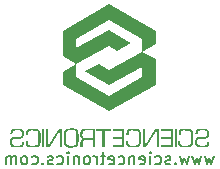
<source format=gbr>
%TF.GenerationSoftware,KiCad,Pcbnew,9.0.3*%
%TF.CreationDate,2025-08-21T23:57:32+02:00*%
%TF.ProjectId,20250807_updi,32303235-3038-4303-975f-757064692e6b,rev?*%
%TF.SameCoordinates,Original*%
%TF.FileFunction,Legend,Bot*%
%TF.FilePolarity,Positive*%
%FSLAX46Y46*%
G04 Gerber Fmt 4.6, Leading zero omitted, Abs format (unit mm)*
G04 Created by KiCad (PCBNEW 9.0.3) date 2025-08-21 23:57:32*
%MOMM*%
%LPD*%
G01*
G04 APERTURE LIST*
%ADD10C,0.000000*%
%ADD11C,0.150000*%
G04 APERTURE END LIST*
D10*
G36*
X220230259Y-92714307D02*
G01*
X221124191Y-91267917D01*
X221409941Y-91267917D01*
X221409941Y-92852580D01*
X221237771Y-92852580D01*
X221237771Y-91421022D01*
X220346676Y-92852580D01*
X220058118Y-92852580D01*
X220058117Y-92852580D01*
X220058117Y-91267917D01*
X220230259Y-91267917D01*
X220230259Y-92714307D01*
G37*
G36*
X223673092Y-91264694D02*
G01*
X223718771Y-91265610D01*
X223762447Y-91267134D01*
X223804119Y-91269265D01*
X223843788Y-91271998D01*
X223881450Y-91275334D01*
X223917106Y-91279269D01*
X223950755Y-91283800D01*
X223982394Y-91288927D01*
X224012023Y-91294647D01*
X224039641Y-91300956D01*
X224065247Y-91307855D01*
X224088839Y-91315339D01*
X224110417Y-91323407D01*
X224129979Y-91332057D01*
X224147524Y-91341286D01*
X224170596Y-91356149D01*
X224192194Y-91372944D01*
X224212318Y-91391670D01*
X224230964Y-91412327D01*
X224248131Y-91434914D01*
X224263817Y-91459430D01*
X224278018Y-91485873D01*
X224290734Y-91514244D01*
X224301962Y-91544541D01*
X224311700Y-91576763D01*
X224319946Y-91610910D01*
X224326697Y-91646981D01*
X224331952Y-91684974D01*
X224335708Y-91724889D01*
X224337963Y-91766725D01*
X224338716Y-91810481D01*
X224338716Y-92059578D01*
X224330969Y-92327658D01*
X224329563Y-92356772D01*
X224327461Y-92385110D01*
X224324664Y-92412676D01*
X224321168Y-92439471D01*
X224316974Y-92465497D01*
X224312079Y-92490757D01*
X224306485Y-92515251D01*
X224300188Y-92538983D01*
X224293188Y-92561955D01*
X224285485Y-92584167D01*
X224277076Y-92605624D01*
X224267962Y-92626326D01*
X224258140Y-92646275D01*
X224247611Y-92665474D01*
X224236372Y-92683925D01*
X224224423Y-92701630D01*
X224210118Y-92720854D01*
X224194985Y-92738837D01*
X224179023Y-92755580D01*
X224162230Y-92771083D01*
X224144607Y-92785346D01*
X224126151Y-92798368D01*
X224106862Y-92810150D01*
X224086739Y-92820692D01*
X224065781Y-92829994D01*
X224043987Y-92838055D01*
X224021357Y-92844877D01*
X223997888Y-92850458D01*
X223973582Y-92854798D01*
X223948435Y-92857899D01*
X223922448Y-92859759D01*
X223895620Y-92860380D01*
X223664938Y-92860380D01*
X223595239Y-92859858D01*
X223531299Y-92858340D01*
X223473317Y-92855891D01*
X223446623Y-92854339D01*
X223421493Y-92852580D01*
X223378699Y-92848074D01*
X223358343Y-92844922D01*
X223338680Y-92841170D01*
X223319711Y-92836818D01*
X223301435Y-92831866D01*
X223283851Y-92826314D01*
X223266961Y-92820162D01*
X223250762Y-92813409D01*
X223235256Y-92806056D01*
X223220442Y-92798102D01*
X223206319Y-92789547D01*
X223192888Y-92780391D01*
X223180147Y-92770634D01*
X223168098Y-92760276D01*
X223156739Y-92749317D01*
X223146071Y-92737756D01*
X223136092Y-92725593D01*
X223126804Y-92712828D01*
X223118205Y-92699462D01*
X223110295Y-92685493D01*
X223103075Y-92670922D01*
X223096543Y-92655749D01*
X223090700Y-92639973D01*
X223085546Y-92623594D01*
X223081079Y-92606613D01*
X223077300Y-92589029D01*
X223074209Y-92570841D01*
X223071805Y-92552050D01*
X223070089Y-92532656D01*
X223069059Y-92512659D01*
X223068716Y-92492058D01*
X223076463Y-92314263D01*
X223245796Y-92314263D01*
X223245796Y-92500547D01*
X223246141Y-92513372D01*
X223247177Y-92525792D01*
X223248903Y-92537807D01*
X223251319Y-92549417D01*
X223254425Y-92560621D01*
X223258220Y-92571420D01*
X223262706Y-92581813D01*
X223267881Y-92591800D01*
X223273745Y-92601381D01*
X223280299Y-92610557D01*
X223287541Y-92619325D01*
X223295473Y-92627688D01*
X223304093Y-92635644D01*
X223313403Y-92643193D01*
X223323400Y-92650335D01*
X223334087Y-92657071D01*
X223357524Y-92669320D01*
X223383712Y-92679940D01*
X223412652Y-92688929D01*
X223444342Y-92696286D01*
X223478780Y-92702010D01*
X223515965Y-92706100D01*
X223555897Y-92708555D01*
X223598574Y-92709374D01*
X223623192Y-92709099D01*
X223660050Y-92708230D01*
X223709212Y-92706700D01*
X223770743Y-92704441D01*
X223803108Y-92703058D01*
X223833784Y-92701029D01*
X223862774Y-92698350D01*
X223890076Y-92695020D01*
X223915692Y-92691036D01*
X223939620Y-92686398D01*
X223961861Y-92681102D01*
X223982415Y-92675147D01*
X223992059Y-92671922D01*
X224001281Y-92668531D01*
X224010082Y-92664974D01*
X224018462Y-92661252D01*
X224026419Y-92657363D01*
X224033955Y-92653308D01*
X224041069Y-92649085D01*
X224047761Y-92644696D01*
X224054032Y-92640140D01*
X224059881Y-92635416D01*
X224065308Y-92630524D01*
X224070314Y-92625464D01*
X224074898Y-92620236D01*
X224079060Y-92614840D01*
X224082801Y-92609275D01*
X224086120Y-92603541D01*
X224093931Y-92589062D01*
X224101232Y-92572878D01*
X224108023Y-92554987D01*
X224114305Y-92535388D01*
X224120079Y-92514076D01*
X224125347Y-92491052D01*
X224130108Y-92466312D01*
X224134364Y-92439854D01*
X224141364Y-92381776D01*
X224146356Y-92316802D01*
X224149345Y-92244914D01*
X224150339Y-92166095D01*
X224150339Y-91802734D01*
X224149967Y-91772595D01*
X224148850Y-91743827D01*
X224146986Y-91716431D01*
X224144375Y-91690404D01*
X224141016Y-91665745D01*
X224136907Y-91642454D01*
X224132048Y-91620530D01*
X224126437Y-91599972D01*
X224120074Y-91580778D01*
X224112957Y-91562948D01*
X224109115Y-91554544D01*
X224105085Y-91546481D01*
X224100866Y-91538758D01*
X224096458Y-91531375D01*
X224091860Y-91524333D01*
X224087074Y-91517630D01*
X224082097Y-91511268D01*
X224076932Y-91505245D01*
X224071576Y-91499562D01*
X224066031Y-91494218D01*
X224060295Y-91489214D01*
X224054370Y-91484549D01*
X224045379Y-91478141D01*
X224036144Y-91472147D01*
X224026665Y-91466566D01*
X224016946Y-91461398D01*
X224006988Y-91456644D01*
X223996792Y-91452303D01*
X223986361Y-91448376D01*
X223975696Y-91444862D01*
X223964800Y-91441761D01*
X223953674Y-91439074D01*
X223942320Y-91436800D01*
X223930740Y-91434940D01*
X223918936Y-91433493D01*
X223906911Y-91432460D01*
X223894664Y-91431839D01*
X223882200Y-91431633D01*
X223851128Y-91431253D01*
X223812977Y-91430205D01*
X223715703Y-91426666D01*
X223663422Y-91424295D01*
X223618683Y-91422521D01*
X223581354Y-91421407D01*
X223551302Y-91421022D01*
X223528534Y-91421353D01*
X223506792Y-91422346D01*
X223486073Y-91424001D01*
X223466379Y-91426317D01*
X223447710Y-91429295D01*
X223430066Y-91432935D01*
X223413447Y-91437236D01*
X223405521Y-91439635D01*
X223397852Y-91442198D01*
X223390439Y-91444928D01*
X223383283Y-91447822D01*
X223376383Y-91450882D01*
X223369739Y-91454106D01*
X223363351Y-91457496D01*
X223357220Y-91461052D01*
X223351345Y-91464772D01*
X223345726Y-91468658D01*
X223340364Y-91472709D01*
X223335258Y-91476925D01*
X223330409Y-91481306D01*
X223325816Y-91485852D01*
X223321480Y-91490563D01*
X223317399Y-91495439D01*
X223313576Y-91500481D01*
X223310009Y-91505687D01*
X223304882Y-91514518D01*
X223300087Y-91524341D01*
X223295622Y-91535156D01*
X223291488Y-91546964D01*
X223287684Y-91559763D01*
X223284212Y-91573555D01*
X223281070Y-91588338D01*
X223278259Y-91604114D01*
X223275778Y-91620881D01*
X223273628Y-91638641D01*
X223270321Y-91677135D01*
X223268337Y-91719596D01*
X223267675Y-91766024D01*
X223092691Y-91766024D01*
X223092916Y-91741471D01*
X223093592Y-91717546D01*
X223094719Y-91694248D01*
X223096296Y-91671578D01*
X223098325Y-91649536D01*
X223100803Y-91628121D01*
X223103733Y-91607333D01*
X223107113Y-91587173D01*
X223110944Y-91567639D01*
X223115226Y-91548733D01*
X223119958Y-91530453D01*
X223125141Y-91512800D01*
X223130774Y-91495774D01*
X223136858Y-91479374D01*
X223143393Y-91463601D01*
X223150378Y-91448454D01*
X223157813Y-91433934D01*
X223165700Y-91420039D01*
X223174036Y-91406771D01*
X223182824Y-91394128D01*
X223192061Y-91382112D01*
X223201750Y-91370721D01*
X223211888Y-91359956D01*
X223222478Y-91349816D01*
X223233517Y-91340302D01*
X223245008Y-91331413D01*
X223256948Y-91323149D01*
X223269339Y-91315511D01*
X223282181Y-91308497D01*
X223295473Y-91302109D01*
X223309215Y-91296345D01*
X223323407Y-91291206D01*
X223346636Y-91284990D01*
X223373980Y-91279575D01*
X223405456Y-91274969D01*
X223441081Y-91271183D01*
X223480872Y-91268223D01*
X223524846Y-91266098D01*
X223573021Y-91264817D01*
X223625413Y-91264388D01*
X223673092Y-91264694D01*
G37*
G36*
X218508711Y-92852580D02*
G01*
X217493417Y-92852580D01*
X217493417Y-92695980D01*
X218336556Y-92695980D01*
X218336556Y-92113178D01*
X217527989Y-92113178D01*
X217527989Y-91962204D01*
X218336556Y-91962204D01*
X218336556Y-91426666D01*
X217493417Y-91426666D01*
X217493417Y-91267917D01*
X218508711Y-91267917D01*
X218508711Y-92852580D01*
G37*
G36*
X222921269Y-92852580D02*
G01*
X222743469Y-92852580D01*
X222743469Y-91267917D01*
X222921269Y-91267917D01*
X222921269Y-92852580D01*
G37*
G36*
X222605173Y-92852580D02*
G01*
X221589885Y-92852580D01*
X221589885Y-92695980D01*
X222432996Y-92695980D01*
X222432996Y-92113178D01*
X221624423Y-92113178D01*
X221624423Y-91962204D01*
X222432996Y-91962204D01*
X222432996Y-91426666D01*
X221589885Y-91426666D01*
X221589885Y-91267917D01*
X222605173Y-91267917D01*
X222605173Y-92852580D01*
G37*
G36*
X212045822Y-92714307D02*
G01*
X212939762Y-91267917D01*
X213225511Y-91267917D01*
X213225511Y-92852580D01*
X213053355Y-92852580D01*
X213053355Y-91421022D01*
X212162239Y-92852580D01*
X211873668Y-92852580D01*
X211873666Y-92852580D01*
X211873666Y-91267917D01*
X212045822Y-91267917D01*
X212045822Y-92714307D01*
G37*
G36*
X217332550Y-91437249D02*
G01*
X216820317Y-91437249D01*
X216820317Y-92852580D01*
X216640400Y-92852580D01*
X216640400Y-91437249D01*
X216131695Y-91437249D01*
X216131695Y-91267917D01*
X217332550Y-91267917D01*
X217332550Y-91437249D01*
G37*
G36*
X210750126Y-91264694D02*
G01*
X210795807Y-91265610D01*
X210839484Y-91267134D01*
X210881158Y-91269265D01*
X210920827Y-91271998D01*
X210958489Y-91275334D01*
X210994145Y-91279269D01*
X211027792Y-91283800D01*
X211059430Y-91288927D01*
X211089058Y-91294647D01*
X211116675Y-91300956D01*
X211142280Y-91307855D01*
X211165871Y-91315339D01*
X211187448Y-91323407D01*
X211207009Y-91332057D01*
X211224555Y-91341286D01*
X211247623Y-91356149D01*
X211269203Y-91372944D01*
X211289295Y-91391670D01*
X211307899Y-91412327D01*
X211325014Y-91434914D01*
X211340641Y-91459430D01*
X211354780Y-91485873D01*
X211367430Y-91514244D01*
X211378593Y-91544541D01*
X211388267Y-91576763D01*
X211396452Y-91610910D01*
X211403150Y-91646981D01*
X211408359Y-91684974D01*
X211412079Y-91724889D01*
X211414312Y-91766725D01*
X211415056Y-91810481D01*
X211415056Y-92059578D01*
X211407294Y-92327658D01*
X211406012Y-92356772D01*
X211404020Y-92385110D01*
X211401316Y-92412676D01*
X211397901Y-92439471D01*
X211393776Y-92465497D01*
X211388939Y-92490757D01*
X211383390Y-92515251D01*
X211377131Y-92538983D01*
X211370161Y-92561955D01*
X211362480Y-92584167D01*
X211354087Y-92605624D01*
X211344984Y-92626326D01*
X211335170Y-92646275D01*
X211324644Y-92665474D01*
X211313408Y-92683925D01*
X211301460Y-92701630D01*
X211287156Y-92720854D01*
X211272024Y-92738837D01*
X211256063Y-92755580D01*
X211239273Y-92771083D01*
X211221651Y-92785346D01*
X211203197Y-92798368D01*
X211183910Y-92810150D01*
X211163790Y-92820692D01*
X211142834Y-92829994D01*
X211121042Y-92838055D01*
X211098412Y-92844877D01*
X211074945Y-92850458D01*
X211050638Y-92854798D01*
X211025491Y-92857899D01*
X210999502Y-92859759D01*
X210972672Y-92860380D01*
X210741956Y-92860380D01*
X210671973Y-92859858D01*
X210608076Y-92858340D01*
X210550264Y-92855891D01*
X210523641Y-92854339D01*
X210498538Y-92852580D01*
X210455742Y-92848074D01*
X210435385Y-92844922D01*
X210415721Y-92841170D01*
X210396752Y-92836818D01*
X210378475Y-92831866D01*
X210360891Y-92826314D01*
X210344000Y-92820162D01*
X210327802Y-92813409D01*
X210312296Y-92806056D01*
X210297481Y-92798102D01*
X210283359Y-92789547D01*
X210269927Y-92780391D01*
X210257187Y-92770634D01*
X210245138Y-92760276D01*
X210233780Y-92749317D01*
X210223111Y-92737756D01*
X210213133Y-92725593D01*
X210203845Y-92712828D01*
X210195247Y-92699462D01*
X210187338Y-92685493D01*
X210180118Y-92670922D01*
X210173586Y-92655749D01*
X210167744Y-92639973D01*
X210162590Y-92623594D01*
X210158123Y-92606613D01*
X210154345Y-92589029D01*
X210151254Y-92570841D01*
X210148851Y-92552050D01*
X210147134Y-92532656D01*
X210146104Y-92512659D01*
X210145761Y-92492058D01*
X210145760Y-92492058D01*
X210153520Y-92314263D01*
X210322855Y-92314263D01*
X210322855Y-92500547D01*
X210323200Y-92513372D01*
X210324235Y-92525792D01*
X210325961Y-92537807D01*
X210328376Y-92549417D01*
X210331482Y-92560621D01*
X210335277Y-92571420D01*
X210339762Y-92581813D01*
X210344936Y-92591800D01*
X210350800Y-92601381D01*
X210357353Y-92610557D01*
X210364595Y-92619325D01*
X210372526Y-92627688D01*
X210381146Y-92635644D01*
X210390454Y-92643193D01*
X210400451Y-92650335D01*
X210411137Y-92657071D01*
X210434573Y-92669320D01*
X210460761Y-92679940D01*
X210489701Y-92688929D01*
X210521391Y-92696286D01*
X210555830Y-92702010D01*
X210593017Y-92706100D01*
X210632951Y-92708555D01*
X210675632Y-92709374D01*
X210700249Y-92709099D01*
X210737103Y-92708230D01*
X210786260Y-92706700D01*
X210847788Y-92704441D01*
X210880149Y-92703058D01*
X210910824Y-92701029D01*
X210939813Y-92698350D01*
X210967114Y-92695020D01*
X210992729Y-92691036D01*
X211016657Y-92686398D01*
X211038899Y-92681102D01*
X211059454Y-92675147D01*
X211069099Y-92671922D01*
X211078322Y-92668531D01*
X211087123Y-92664974D01*
X211095503Y-92661252D01*
X211103461Y-92657363D01*
X211110998Y-92653308D01*
X211118113Y-92649085D01*
X211124806Y-92644696D01*
X211131077Y-92640140D01*
X211136927Y-92635416D01*
X211142355Y-92630524D01*
X211147361Y-92625464D01*
X211151946Y-92620236D01*
X211156109Y-92614840D01*
X211159850Y-92609275D01*
X211163170Y-92603541D01*
X211170867Y-92589062D01*
X211178083Y-92572878D01*
X211184815Y-92554987D01*
X211191061Y-92535388D01*
X211196820Y-92514076D01*
X211202088Y-92491052D01*
X211206865Y-92466312D01*
X211211148Y-92439854D01*
X211218223Y-92381776D01*
X211223297Y-92316802D01*
X211226353Y-92244914D01*
X211227376Y-92166095D01*
X211227376Y-91802734D01*
X211226996Y-91772595D01*
X211225857Y-91743827D01*
X211223962Y-91716431D01*
X211221312Y-91690404D01*
X211217910Y-91665745D01*
X211213758Y-91642454D01*
X211208857Y-91620530D01*
X211203211Y-91599972D01*
X211196819Y-91580778D01*
X211189686Y-91562948D01*
X211185842Y-91554544D01*
X211181813Y-91546481D01*
X211177600Y-91538758D01*
X211173202Y-91531375D01*
X211168620Y-91524333D01*
X211163855Y-91517630D01*
X211158906Y-91511268D01*
X211153774Y-91505245D01*
X211148459Y-91499562D01*
X211142962Y-91494218D01*
X211137282Y-91489214D01*
X211131419Y-91484549D01*
X211122432Y-91478141D01*
X211113199Y-91472147D01*
X211103722Y-91466566D01*
X211094003Y-91461398D01*
X211084045Y-91456644D01*
X211073849Y-91452303D01*
X211063417Y-91448376D01*
X211052751Y-91444862D01*
X211041854Y-91441761D01*
X211030727Y-91439074D01*
X211019373Y-91436800D01*
X211007794Y-91434940D01*
X210995991Y-91433493D01*
X210983967Y-91432460D01*
X210971724Y-91431839D01*
X210959264Y-91431633D01*
X210928176Y-91431253D01*
X210889945Y-91430205D01*
X210792049Y-91426666D01*
X210740180Y-91424295D01*
X210695653Y-91422521D01*
X210658402Y-91421407D01*
X210628360Y-91421022D01*
X210605590Y-91421353D01*
X210583844Y-91422346D01*
X210563124Y-91424001D01*
X210543430Y-91426317D01*
X210524760Y-91429295D01*
X210507116Y-91432935D01*
X210490496Y-91437236D01*
X210482571Y-91439635D01*
X210474902Y-91442198D01*
X210467490Y-91444928D01*
X210460334Y-91447822D01*
X210453434Y-91450882D01*
X210446790Y-91454106D01*
X210440403Y-91457496D01*
X210434272Y-91461052D01*
X210428398Y-91464772D01*
X210422779Y-91468658D01*
X210417417Y-91472709D01*
X210412312Y-91476925D01*
X210407462Y-91481306D01*
X210402869Y-91485852D01*
X210398533Y-91490563D01*
X210394452Y-91495439D01*
X210390628Y-91500481D01*
X210387061Y-91505687D01*
X210381934Y-91514518D01*
X210377139Y-91524341D01*
X210372674Y-91535156D01*
X210368540Y-91546964D01*
X210364737Y-91559763D01*
X210361264Y-91573555D01*
X210358122Y-91588338D01*
X210355311Y-91604114D01*
X210352830Y-91620881D01*
X210350680Y-91638641D01*
X210347373Y-91677135D01*
X210345388Y-91719596D01*
X210344727Y-91766024D01*
X210169748Y-91766024D01*
X210169973Y-91741471D01*
X210170649Y-91717546D01*
X210171775Y-91694248D01*
X210173352Y-91671578D01*
X210175378Y-91649536D01*
X210177855Y-91628121D01*
X210180781Y-91607333D01*
X210184157Y-91587173D01*
X210187983Y-91567639D01*
X210192258Y-91548733D01*
X210196982Y-91530453D01*
X210202156Y-91512800D01*
X210207779Y-91495774D01*
X210213850Y-91479374D01*
X210220371Y-91463601D01*
X210227340Y-91448454D01*
X210234757Y-91433934D01*
X210242624Y-91420039D01*
X210250938Y-91406771D01*
X210259701Y-91394128D01*
X210268911Y-91382112D01*
X210278570Y-91370721D01*
X210288676Y-91359956D01*
X210299230Y-91349816D01*
X210310231Y-91340302D01*
X210321680Y-91331413D01*
X210333576Y-91323149D01*
X210345919Y-91315511D01*
X210358709Y-91308497D01*
X210371946Y-91302109D01*
X210385630Y-91296345D01*
X210399761Y-91291206D01*
X210423213Y-91284990D01*
X210450725Y-91279575D01*
X210482322Y-91274969D01*
X210518028Y-91271183D01*
X210557869Y-91268223D01*
X210601868Y-91266098D01*
X210650051Y-91264817D01*
X210702443Y-91264388D01*
X210750126Y-91264694D01*
G37*
G36*
X219255576Y-91264694D02*
G01*
X219301240Y-91265610D01*
X219344890Y-91267134D01*
X219386528Y-91269265D01*
X219426156Y-91271998D01*
X219463776Y-91275334D01*
X219499391Y-91279269D01*
X219533002Y-91283800D01*
X219564612Y-91288927D01*
X219594223Y-91294647D01*
X219621838Y-91300956D01*
X219647457Y-91307855D01*
X219671085Y-91315339D01*
X219692722Y-91323407D01*
X219712371Y-91332057D01*
X219730035Y-91341286D01*
X219753103Y-91356149D01*
X219774683Y-91372944D01*
X219794775Y-91391670D01*
X219813378Y-91412327D01*
X219830494Y-91434914D01*
X219846121Y-91459430D01*
X219860259Y-91485873D01*
X219872910Y-91514244D01*
X219884072Y-91544541D01*
X219893746Y-91576763D01*
X219901931Y-91610910D01*
X219908628Y-91646981D01*
X219913837Y-91684974D01*
X219917558Y-91724889D01*
X219919790Y-91766725D01*
X219920535Y-91810481D01*
X219920535Y-92059578D01*
X219912759Y-92327658D01*
X219911484Y-92356772D01*
X219909497Y-92385110D01*
X219906797Y-92412676D01*
X219903386Y-92439471D01*
X219899263Y-92465497D01*
X219894429Y-92490757D01*
X219888882Y-92515251D01*
X219882623Y-92538983D01*
X219875653Y-92561955D01*
X219867970Y-92584167D01*
X219859576Y-92605624D01*
X219850470Y-92626326D01*
X219840652Y-92646275D01*
X219830122Y-92665474D01*
X219818880Y-92683925D01*
X219806926Y-92701630D01*
X219792614Y-92720854D01*
X219777462Y-92738837D01*
X219761470Y-92755580D01*
X219744641Y-92771083D01*
X219726978Y-92785346D01*
X219708481Y-92798368D01*
X219689154Y-92810150D01*
X219668997Y-92820692D01*
X219648013Y-92829994D01*
X219626204Y-92838055D01*
X219603571Y-92844877D01*
X219580118Y-92850458D01*
X219555845Y-92854798D01*
X219530755Y-92857899D01*
X219504849Y-92859759D01*
X219478130Y-92860380D01*
X219247413Y-92860380D01*
X219177436Y-92859858D01*
X219113470Y-92858340D01*
X219055450Y-92855891D01*
X219028650Y-92854339D01*
X219003312Y-92852580D01*
X218960634Y-92848074D01*
X218940331Y-92844922D01*
X218920718Y-92841170D01*
X218901795Y-92836818D01*
X218883563Y-92831866D01*
X218866020Y-92826314D01*
X218849167Y-92820162D01*
X218833004Y-92813409D01*
X218817531Y-92806056D01*
X218802746Y-92798102D01*
X218788651Y-92789547D01*
X218775245Y-92780391D01*
X218762528Y-92770634D01*
X218750500Y-92760276D01*
X218739160Y-92749317D01*
X218728508Y-92737756D01*
X218718545Y-92725593D01*
X218709270Y-92712828D01*
X218700683Y-92699462D01*
X218692784Y-92685493D01*
X218685573Y-92670922D01*
X218679049Y-92655749D01*
X218673212Y-92639973D01*
X218668063Y-92623594D01*
X218663600Y-92606613D01*
X218659825Y-92589029D01*
X218656736Y-92570841D01*
X218654334Y-92552050D01*
X218652619Y-92532656D01*
X218651590Y-92512659D01*
X218651247Y-92492058D01*
X218658275Y-92314263D01*
X218828328Y-92314263D01*
X218828328Y-92500547D01*
X218828671Y-92513372D01*
X218829701Y-92525792D01*
X218831418Y-92537807D01*
X218833821Y-92549417D01*
X218836913Y-92560621D01*
X218840691Y-92571420D01*
X218845158Y-92581813D01*
X218850312Y-92591800D01*
X218856155Y-92601381D01*
X218862687Y-92610557D01*
X218869908Y-92619325D01*
X218877817Y-92627688D01*
X218886416Y-92635644D01*
X218895704Y-92643193D01*
X218905683Y-92650335D01*
X218916351Y-92657071D01*
X218939760Y-92669320D01*
X218965931Y-92679940D01*
X218994868Y-92688929D01*
X219026573Y-92696286D01*
X219061047Y-92702010D01*
X219098292Y-92706100D01*
X219138311Y-92708555D01*
X219181105Y-92709374D01*
X219205724Y-92709099D01*
X219242580Y-92708230D01*
X219291734Y-92706700D01*
X219353247Y-92704441D01*
X219385493Y-92703058D01*
X219416081Y-92701029D01*
X219445011Y-92698350D01*
X219472277Y-92695020D01*
X219497877Y-92691036D01*
X219521809Y-92686398D01*
X219544068Y-92681102D01*
X219564652Y-92675147D01*
X219574316Y-92671922D01*
X219583559Y-92668531D01*
X219592382Y-92664974D01*
X219600784Y-92661252D01*
X219608765Y-92657363D01*
X219616325Y-92653308D01*
X219623463Y-92649085D01*
X219630178Y-92644696D01*
X219636471Y-92640140D01*
X219642341Y-92635416D01*
X219647788Y-92630524D01*
X219652811Y-92625464D01*
X219657410Y-92620236D01*
X219661584Y-92614840D01*
X219665334Y-92609275D01*
X219668658Y-92603541D01*
X219676348Y-92589062D01*
X219683541Y-92572878D01*
X219690238Y-92554987D01*
X219696440Y-92535388D01*
X219702145Y-92514076D01*
X219707354Y-92491052D01*
X219712067Y-92466312D01*
X219716284Y-92439854D01*
X219723229Y-92381776D01*
X219728190Y-92316802D01*
X219731167Y-92244914D01*
X219732159Y-92166095D01*
X219732159Y-91802734D01*
X219731786Y-91772595D01*
X219730669Y-91743827D01*
X219728807Y-91716431D01*
X219726201Y-91690404D01*
X219722850Y-91665745D01*
X219718755Y-91642454D01*
X219713916Y-91620530D01*
X219708332Y-91599972D01*
X219702004Y-91580778D01*
X219694932Y-91562948D01*
X219691117Y-91554544D01*
X219687116Y-91546481D01*
X219682929Y-91538758D01*
X219678556Y-91531375D01*
X219673998Y-91524333D01*
X219669253Y-91517630D01*
X219664322Y-91511268D01*
X219659206Y-91505245D01*
X219653903Y-91499562D01*
X219648415Y-91494218D01*
X219642740Y-91489214D01*
X219636880Y-91484549D01*
X219627781Y-91478141D01*
X219618465Y-91472147D01*
X219608931Y-91466566D01*
X219599180Y-91461398D01*
X219589209Y-91456644D01*
X219579017Y-91452303D01*
X219568604Y-91448376D01*
X219557968Y-91444862D01*
X219547108Y-91441761D01*
X219536023Y-91439074D01*
X219524713Y-91436800D01*
X219513175Y-91434940D01*
X219501409Y-91433493D01*
X219489414Y-91432460D01*
X219477188Y-91431839D01*
X219464731Y-91431633D01*
X219433256Y-91431253D01*
X219394890Y-91430205D01*
X219297493Y-91426666D01*
X219245529Y-91424295D01*
X219200766Y-91422521D01*
X219163273Y-91421407D01*
X219133121Y-91421022D01*
X219110474Y-91421353D01*
X219088837Y-91422346D01*
X219068208Y-91424001D01*
X219048588Y-91426317D01*
X219029977Y-91429295D01*
X219012374Y-91432935D01*
X218995780Y-91437236D01*
X218980194Y-91442198D01*
X218972779Y-91444928D01*
X218965617Y-91447822D01*
X218958706Y-91450882D01*
X218952047Y-91454106D01*
X218945641Y-91457496D01*
X218939486Y-91461052D01*
X218933584Y-91464772D01*
X218927933Y-91468658D01*
X218922535Y-91472709D01*
X218917388Y-91476925D01*
X218912494Y-91481306D01*
X218907851Y-91485852D01*
X218903460Y-91490563D01*
X218899322Y-91495439D01*
X218895435Y-91500481D01*
X218891800Y-91505687D01*
X218886679Y-91514518D01*
X218881888Y-91524341D01*
X218877429Y-91535156D01*
X218873300Y-91546964D01*
X218869501Y-91559763D01*
X218866033Y-91573555D01*
X218862895Y-91588338D01*
X218860088Y-91604114D01*
X218857612Y-91620881D01*
X218855465Y-91638641D01*
X218852163Y-91677135D01*
X218850183Y-91719596D01*
X218849522Y-91766024D01*
X218674509Y-91766024D01*
X218674735Y-91741471D01*
X218675411Y-91717546D01*
X218676538Y-91694248D01*
X218678115Y-91671578D01*
X218680143Y-91649536D01*
X218682622Y-91628121D01*
X218685552Y-91607333D01*
X218688932Y-91587173D01*
X218692763Y-91567639D01*
X218697044Y-91548733D01*
X218701776Y-91530453D01*
X218706959Y-91512800D01*
X218712592Y-91495774D01*
X218718676Y-91479374D01*
X218725211Y-91463601D01*
X218732196Y-91448454D01*
X218739631Y-91433934D01*
X218747517Y-91420039D01*
X218755854Y-91406771D01*
X218764641Y-91394128D01*
X218773878Y-91382112D01*
X218783566Y-91370721D01*
X218793704Y-91359956D01*
X218804293Y-91349816D01*
X218815333Y-91340302D01*
X218826822Y-91331413D01*
X218838762Y-91323149D01*
X218851153Y-91315511D01*
X218863994Y-91308497D01*
X218877285Y-91302109D01*
X218891027Y-91296345D01*
X218905219Y-91291206D01*
X218928477Y-91284990D01*
X218955899Y-91279575D01*
X218987485Y-91274969D01*
X219023235Y-91271183D01*
X219063150Y-91268223D01*
X219107232Y-91266098D01*
X219155480Y-91264817D01*
X219207895Y-91264388D01*
X219255576Y-91264694D01*
G37*
G36*
X209456844Y-91259668D02*
G01*
X209492471Y-91260387D01*
X209526624Y-91261584D01*
X209559302Y-91263257D01*
X209590504Y-91265407D01*
X209620229Y-91268031D01*
X209648476Y-91271128D01*
X209675245Y-91274699D01*
X209700533Y-91278741D01*
X209724340Y-91283253D01*
X209746665Y-91288235D01*
X209767506Y-91293685D01*
X209786864Y-91299603D01*
X209804736Y-91305986D01*
X209821123Y-91312835D01*
X209836021Y-91320148D01*
X209856271Y-91332241D01*
X209875213Y-91345773D01*
X209892850Y-91360744D01*
X209909180Y-91377155D01*
X209924203Y-91395004D01*
X209937920Y-91414293D01*
X209950331Y-91435021D01*
X209961435Y-91457187D01*
X209971233Y-91480793D01*
X209979725Y-91505837D01*
X209986910Y-91532321D01*
X209992788Y-91560243D01*
X209997361Y-91589603D01*
X210000627Y-91620403D01*
X210002586Y-91652641D01*
X210003240Y-91686317D01*
X210003025Y-91705990D01*
X210002380Y-91725192D01*
X210001305Y-91743922D01*
X209999800Y-91762180D01*
X209997865Y-91779967D01*
X209995500Y-91797282D01*
X209992706Y-91814124D01*
X209989481Y-91830495D01*
X209985827Y-91846394D01*
X209981742Y-91861820D01*
X209977228Y-91876773D01*
X209972283Y-91891254D01*
X209966909Y-91905262D01*
X209961104Y-91918798D01*
X209954870Y-91931860D01*
X209948206Y-91944449D01*
X209941112Y-91956565D01*
X209933588Y-91968208D01*
X209925634Y-91979377D01*
X209917250Y-91990072D01*
X209908436Y-92000294D01*
X209899192Y-92010042D01*
X209889518Y-92019315D01*
X209879414Y-92028115D01*
X209868880Y-92036440D01*
X209857917Y-92044291D01*
X209846523Y-92051668D01*
X209834699Y-92058570D01*
X209822446Y-92064997D01*
X209809762Y-92070949D01*
X209796649Y-92076426D01*
X209783106Y-92081428D01*
X209752677Y-92090856D01*
X209722241Y-92099025D01*
X209691787Y-92105936D01*
X209661309Y-92111590D01*
X209630798Y-92115986D01*
X209600246Y-92119126D01*
X209569643Y-92121010D01*
X209538983Y-92121637D01*
X209510971Y-92122053D01*
X209476806Y-92123392D01*
X209436689Y-92125790D01*
X209390817Y-92129385D01*
X209344779Y-92132697D01*
X209305091Y-92135147D01*
X209287629Y-92136027D01*
X209271754Y-92136667D01*
X209257466Y-92137057D01*
X209244766Y-92137188D01*
X209232815Y-92137292D01*
X209221169Y-92137602D01*
X209209829Y-92138119D01*
X209198795Y-92138842D01*
X209188067Y-92139772D01*
X209177645Y-92140909D01*
X209167529Y-92142252D01*
X209157718Y-92143803D01*
X209148214Y-92145560D01*
X209139016Y-92147523D01*
X209130123Y-92149693D01*
X209121537Y-92152070D01*
X209113256Y-92154654D01*
X209105282Y-92157445D01*
X209097613Y-92160442D01*
X209090250Y-92163645D01*
X209083193Y-92167056D01*
X209076442Y-92170673D01*
X209069997Y-92174497D01*
X209063858Y-92178528D01*
X209058025Y-92182765D01*
X209052498Y-92187209D01*
X209047276Y-92191860D01*
X209042361Y-92196717D01*
X209037751Y-92201782D01*
X209033448Y-92207052D01*
X209029450Y-92212530D01*
X209025758Y-92218214D01*
X209022372Y-92224105D01*
X209019292Y-92230203D01*
X209016518Y-92236508D01*
X209014050Y-92243019D01*
X209010315Y-92257144D01*
X209007051Y-92273070D01*
X209004266Y-92290815D01*
X209001968Y-92310394D01*
X209000167Y-92331825D01*
X208998870Y-92355124D01*
X208998086Y-92380307D01*
X208997823Y-92407390D01*
X208998137Y-92431574D01*
X208999078Y-92454651D01*
X209000646Y-92476620D01*
X209002839Y-92497482D01*
X209005656Y-92517236D01*
X209009096Y-92535883D01*
X209013159Y-92553421D01*
X209017843Y-92569851D01*
X209023147Y-92585173D01*
X209026031Y-92592419D01*
X209029070Y-92599387D01*
X209032263Y-92606079D01*
X209035611Y-92612493D01*
X209039113Y-92618630D01*
X209042769Y-92624490D01*
X209046579Y-92630073D01*
X209050543Y-92635378D01*
X209054661Y-92640407D01*
X209058932Y-92645158D01*
X209063357Y-92649632D01*
X209067935Y-92653829D01*
X209072667Y-92657748D01*
X209077551Y-92661390D01*
X209085803Y-92666517D01*
X209095211Y-92671312D01*
X209105778Y-92675777D01*
X209117502Y-92679912D01*
X209130384Y-92683715D01*
X209144423Y-92687188D01*
X209159620Y-92690330D01*
X209175974Y-92693141D01*
X209193486Y-92695621D01*
X209212156Y-92697771D01*
X209252968Y-92701079D01*
X209298410Y-92703063D01*
X209348482Y-92703724D01*
X209496651Y-92703724D01*
X209522910Y-92703476D01*
X209547980Y-92702731D01*
X209571858Y-92701485D01*
X209594546Y-92699737D01*
X209616043Y-92697486D01*
X209636350Y-92694728D01*
X209655466Y-92691461D01*
X209673392Y-92687684D01*
X209690127Y-92683394D01*
X209705671Y-92678588D01*
X209720025Y-92673266D01*
X209733188Y-92667424D01*
X209745160Y-92661061D01*
X209750700Y-92657683D01*
X209755942Y-92654173D01*
X209760886Y-92650533D01*
X209765533Y-92646760D01*
X209769882Y-92642856D01*
X209773933Y-92638819D01*
X209781491Y-92630165D01*
X209788553Y-92620336D01*
X209795122Y-92609332D01*
X209801197Y-92597153D01*
X209806780Y-92583800D01*
X209811873Y-92569273D01*
X209816475Y-92553571D01*
X209820588Y-92536696D01*
X209824214Y-92518646D01*
X209827353Y-92499422D01*
X209830006Y-92479025D01*
X209832174Y-92457454D01*
X209833859Y-92434709D01*
X209835061Y-92410791D01*
X209835782Y-92385700D01*
X209836021Y-92359436D01*
X210008177Y-92359436D01*
X210009510Y-92396343D01*
X210010381Y-92424593D01*
X210010855Y-92444248D01*
X210010999Y-92455375D01*
X210010329Y-92486488D01*
X210009491Y-92501567D01*
X210008318Y-92516327D01*
X210006810Y-92530768D01*
X210004967Y-92544890D01*
X210002787Y-92558693D01*
X210000272Y-92572177D01*
X209997421Y-92585342D01*
X209994235Y-92598187D01*
X209990711Y-92610712D01*
X209986852Y-92622918D01*
X209982656Y-92634803D01*
X209978124Y-92646369D01*
X209973255Y-92657614D01*
X209968049Y-92668540D01*
X209962506Y-92679144D01*
X209956627Y-92689428D01*
X209950410Y-92699391D01*
X209943855Y-92709034D01*
X209936963Y-92718355D01*
X209929734Y-92727355D01*
X209922167Y-92736034D01*
X209914262Y-92744392D01*
X209906019Y-92752428D01*
X209897438Y-92760142D01*
X209888519Y-92767534D01*
X209879261Y-92774605D01*
X209869665Y-92781353D01*
X209859730Y-92787779D01*
X209849457Y-92793883D01*
X209838844Y-92799664D01*
X209823275Y-92806977D01*
X209806466Y-92813826D01*
X209788417Y-92820209D01*
X209769127Y-92826126D01*
X209748597Y-92831576D01*
X209726827Y-92836558D01*
X209703816Y-92841070D01*
X209679566Y-92845111D01*
X209627344Y-92851778D01*
X209570161Y-92856551D01*
X209508017Y-92859421D01*
X209440912Y-92860380D01*
X209396031Y-92860179D01*
X209352928Y-92859573D01*
X209311594Y-92858551D01*
X209272020Y-92857107D01*
X209234200Y-92855231D01*
X209198124Y-92852915D01*
X209163785Y-92850151D01*
X209131174Y-92846930D01*
X209107716Y-92843867D01*
X209085233Y-92839960D01*
X209063720Y-92835207D01*
X209043178Y-92829607D01*
X209033269Y-92826489D01*
X209023602Y-92823160D01*
X209014177Y-92819618D01*
X209004992Y-92815863D01*
X208996048Y-92811896D01*
X208987345Y-92807717D01*
X208978882Y-92803325D01*
X208970659Y-92798719D01*
X208962676Y-92793901D01*
X208954933Y-92788870D01*
X208947428Y-92783626D01*
X208940163Y-92778168D01*
X208933137Y-92772496D01*
X208926349Y-92766611D01*
X208919799Y-92760512D01*
X208913487Y-92754199D01*
X208907413Y-92747672D01*
X208901576Y-92740931D01*
X208895977Y-92733976D01*
X208890614Y-92726806D01*
X208885489Y-92719422D01*
X208880599Y-92711823D01*
X208875946Y-92704009D01*
X208871529Y-92695980D01*
X208865377Y-92683619D01*
X208859622Y-92670347D01*
X208854264Y-92656166D01*
X208849303Y-92641075D01*
X208844739Y-92625074D01*
X208840572Y-92608163D01*
X208836802Y-92590342D01*
X208833428Y-92571612D01*
X208830452Y-92551973D01*
X208827872Y-92531424D01*
X208823904Y-92487597D01*
X208821523Y-92440135D01*
X208820729Y-92389036D01*
X208820728Y-92389036D01*
X208821298Y-92356522D01*
X208823010Y-92325396D01*
X208825862Y-92295652D01*
X208829855Y-92267289D01*
X208834990Y-92240302D01*
X208837985Y-92227324D01*
X208841265Y-92214690D01*
X208844831Y-92202397D01*
X208848682Y-92190448D01*
X208852818Y-92178840D01*
X208857239Y-92167574D01*
X208861946Y-92156648D01*
X208866938Y-92146064D01*
X208872215Y-92135820D01*
X208877778Y-92125916D01*
X208883625Y-92116352D01*
X208889758Y-92107126D01*
X208896176Y-92098240D01*
X208902880Y-92089692D01*
X208909869Y-92081482D01*
X208917143Y-92073609D01*
X208924702Y-92066074D01*
X208932546Y-92058876D01*
X208940676Y-92052014D01*
X208949091Y-92045489D01*
X208957792Y-92039299D01*
X208966777Y-92033444D01*
X208980081Y-92026095D01*
X208994856Y-92019126D01*
X209011103Y-92012540D01*
X209028822Y-92006337D01*
X209048013Y-92000519D01*
X209068675Y-91995086D01*
X209090809Y-91990039D01*
X209114415Y-91985380D01*
X209166041Y-91977231D01*
X209223555Y-91970645D01*
X209286956Y-91965633D01*
X209356244Y-91962204D01*
X209589783Y-91951592D01*
X209606658Y-91950950D01*
X209622886Y-91949809D01*
X209638465Y-91948164D01*
X209653393Y-91946014D01*
X209667668Y-91943354D01*
X209681287Y-91940183D01*
X209694249Y-91936496D01*
X209706552Y-91932292D01*
X209718193Y-91927566D01*
X209729171Y-91922315D01*
X209739483Y-91916538D01*
X209744389Y-91913450D01*
X209749128Y-91910230D01*
X209753699Y-91906876D01*
X209758103Y-91903389D01*
X209762338Y-91899767D01*
X209766406Y-91896011D01*
X209770304Y-91892120D01*
X209774035Y-91888093D01*
X209777596Y-91883931D01*
X209780988Y-91879633D01*
X209786378Y-91872026D01*
X209791436Y-91863758D01*
X209796159Y-91854828D01*
X209800545Y-91845237D01*
X209804592Y-91834985D01*
X209808298Y-91824072D01*
X209811661Y-91812497D01*
X209814679Y-91800261D01*
X209817349Y-91787364D01*
X209819670Y-91773806D01*
X209821640Y-91759587D01*
X209823256Y-91744707D01*
X209824517Y-91729166D01*
X209825420Y-91712964D01*
X209825963Y-91696102D01*
X209826144Y-91678578D01*
X209826027Y-91667260D01*
X209825674Y-91656195D01*
X209825085Y-91645382D01*
X209824262Y-91634822D01*
X209823204Y-91624514D01*
X209821912Y-91614460D01*
X209820386Y-91604658D01*
X209818626Y-91595110D01*
X209816632Y-91585814D01*
X209814405Y-91576773D01*
X209811945Y-91567984D01*
X209809253Y-91559450D01*
X209806327Y-91551169D01*
X209803170Y-91543142D01*
X209799780Y-91535369D01*
X209796158Y-91527850D01*
X209792306Y-91520586D01*
X209788221Y-91513576D01*
X209783906Y-91506820D01*
X209779360Y-91500319D01*
X209774584Y-91494073D01*
X209769577Y-91488082D01*
X209764340Y-91482346D01*
X209758874Y-91476865D01*
X209753178Y-91471639D01*
X209747253Y-91466668D01*
X209741099Y-91461953D01*
X209734717Y-91457494D01*
X209728106Y-91453291D01*
X209721266Y-91449343D01*
X209714199Y-91445652D01*
X209706905Y-91442216D01*
X209697338Y-91438367D01*
X209686632Y-91434766D01*
X209674787Y-91431413D01*
X209661804Y-91428309D01*
X209632429Y-91422847D01*
X209598514Y-91418379D01*
X209560068Y-91414905D01*
X209517100Y-91412423D01*
X209469617Y-91410934D01*
X209417629Y-91410438D01*
X209363753Y-91410969D01*
X209338676Y-91411634D01*
X209314839Y-91412567D01*
X209292242Y-91413769D01*
X209270885Y-91415241D01*
X209250768Y-91416983D01*
X209231892Y-91418998D01*
X209214256Y-91421285D01*
X209197860Y-91423846D01*
X209182704Y-91426683D01*
X209168789Y-91429795D01*
X209156114Y-91433184D01*
X209144679Y-91436852D01*
X209134484Y-91440798D01*
X209125530Y-91445025D01*
X209113094Y-91452243D01*
X209101453Y-91460667D01*
X209090609Y-91470296D01*
X209080561Y-91481130D01*
X209071311Y-91493166D01*
X209062860Y-91506404D01*
X209055209Y-91520843D01*
X209048358Y-91536482D01*
X209042310Y-91553319D01*
X209037065Y-91571354D01*
X209032624Y-91590585D01*
X209028989Y-91611011D01*
X209026159Y-91632632D01*
X209024137Y-91655445D01*
X209022922Y-91679451D01*
X209022517Y-91704648D01*
X208849657Y-91704648D01*
X208850243Y-91669045D01*
X208852002Y-91634998D01*
X208854931Y-91602510D01*
X208859027Y-91571583D01*
X208864289Y-91542218D01*
X208870715Y-91514418D01*
X208874364Y-91501105D01*
X208878303Y-91488185D01*
X208882532Y-91475656D01*
X208887051Y-91463521D01*
X208891858Y-91451778D01*
X208896955Y-91440428D01*
X208902341Y-91429472D01*
X208908016Y-91418909D01*
X208913979Y-91408740D01*
X208920230Y-91398965D01*
X208926768Y-91389585D01*
X208933595Y-91380600D01*
X208940708Y-91372009D01*
X208948109Y-91363814D01*
X208955797Y-91356014D01*
X208963771Y-91348610D01*
X208972031Y-91341602D01*
X208980578Y-91334990D01*
X208989410Y-91328775D01*
X208998528Y-91322957D01*
X209012948Y-91315267D01*
X209028955Y-91308073D01*
X209046550Y-91301374D01*
X209065732Y-91295171D01*
X209086502Y-91289464D01*
X209108859Y-91284252D01*
X209132804Y-91279537D01*
X209158337Y-91275317D01*
X209214164Y-91268367D01*
X209276341Y-91263401D01*
X209344868Y-91260422D01*
X209419745Y-91259428D01*
X209456844Y-91259668D01*
G37*
G36*
X221143269Y-85404764D02*
G01*
X221143269Y-87542583D01*
X217203433Y-89817287D01*
X213262905Y-87542583D01*
X213262905Y-86453911D01*
X214411550Y-85778709D01*
X214411550Y-86879389D01*
X217203433Y-88490123D01*
X219994618Y-86878648D01*
X219994618Y-86061608D01*
X217192145Y-87599747D01*
X215238462Y-86470858D01*
X215179195Y-86427805D01*
X216320078Y-85768830D01*
X217206961Y-86281762D01*
X220003797Y-84746481D01*
X221143269Y-85404764D01*
G37*
G36*
X211726206Y-92852580D02*
G01*
X211548406Y-92852580D01*
X211548406Y-91267917D01*
X211726206Y-91267917D01*
X211726206Y-92852580D01*
G37*
G36*
X215975062Y-92852580D02*
G01*
X215802905Y-92852580D01*
X215802905Y-92211241D01*
X215264567Y-92211241D01*
X215245327Y-92211489D01*
X215226765Y-92212230D01*
X215208881Y-92213464D01*
X215191675Y-92215188D01*
X215175146Y-92217399D01*
X215159296Y-92220097D01*
X215144124Y-92223278D01*
X215129630Y-92226941D01*
X215115814Y-92231083D01*
X215102675Y-92235703D01*
X215090215Y-92240798D01*
X215078433Y-92246367D01*
X215067329Y-92252407D01*
X215056902Y-92258917D01*
X215047154Y-92265893D01*
X215038084Y-92273335D01*
X215029617Y-92281490D01*
X215021682Y-92290339D01*
X215014280Y-92299882D01*
X215007414Y-92310119D01*
X215001085Y-92321051D01*
X214995295Y-92332676D01*
X214990048Y-92344995D01*
X214985343Y-92358009D01*
X214981185Y-92371717D01*
X214977574Y-92386120D01*
X214974513Y-92401217D01*
X214972004Y-92417008D01*
X214970049Y-92433495D01*
X214968650Y-92450676D01*
X214967809Y-92468552D01*
X214967528Y-92487124D01*
X214967528Y-92852580D01*
X214781966Y-92852580D01*
X214781966Y-92446885D01*
X214782215Y-92428330D01*
X214782959Y-92410361D01*
X214784199Y-92392980D01*
X214785937Y-92376186D01*
X214788170Y-92359979D01*
X214790901Y-92344360D01*
X214794128Y-92329328D01*
X214797852Y-92314884D01*
X214802074Y-92301028D01*
X214806793Y-92287761D01*
X214812009Y-92275081D01*
X214817722Y-92262990D01*
X214823934Y-92251487D01*
X214830643Y-92240573D01*
X214837850Y-92230247D01*
X214845555Y-92220511D01*
X214853758Y-92211364D01*
X214862459Y-92202805D01*
X214871659Y-92194836D01*
X214881357Y-92187457D01*
X214891554Y-92180667D01*
X214902250Y-92174467D01*
X214913445Y-92168856D01*
X214925139Y-92163836D01*
X214937332Y-92159405D01*
X214950024Y-92155565D01*
X214963216Y-92152316D01*
X214976907Y-92149657D01*
X214991099Y-92147588D01*
X215005790Y-92146111D01*
X215020980Y-92145224D01*
X215036672Y-92144928D01*
X215014918Y-92140407D01*
X214994110Y-92135308D01*
X214974248Y-92129635D01*
X214955335Y-92123388D01*
X214937372Y-92116570D01*
X214920363Y-92109183D01*
X214904308Y-92101230D01*
X214896640Y-92097042D01*
X214889211Y-92092713D01*
X214882022Y-92088243D01*
X214875073Y-92083633D01*
X214868364Y-92078883D01*
X214861895Y-92073993D01*
X214855668Y-92068963D01*
X214849682Y-92063795D01*
X214843936Y-92058487D01*
X214838433Y-92053041D01*
X214833171Y-92047456D01*
X214828152Y-92041733D01*
X214823375Y-92035872D01*
X214818840Y-92029874D01*
X214814548Y-92023738D01*
X214810500Y-92017465D01*
X214806695Y-92011055D01*
X214803133Y-92004509D01*
X214798264Y-91994757D01*
X214793708Y-91984010D01*
X214789466Y-91972269D01*
X214785539Y-91959531D01*
X214781926Y-91945796D01*
X214778627Y-91931063D01*
X214775642Y-91915331D01*
X214772971Y-91898600D01*
X214768572Y-91862134D01*
X214765430Y-91821658D01*
X214763545Y-91777166D01*
X214763474Y-91771676D01*
X214949184Y-91771676D01*
X214949514Y-91793460D01*
X214950507Y-91814349D01*
X214952160Y-91834345D01*
X214954475Y-91853445D01*
X214957452Y-91871652D01*
X214961090Y-91888965D01*
X214965390Y-91905384D01*
X214970351Y-91920910D01*
X214975973Y-91935542D01*
X214982257Y-91949281D01*
X214985647Y-91955816D01*
X214989202Y-91962127D01*
X214992923Y-91968216D01*
X214996809Y-91974081D01*
X215000861Y-91979722D01*
X215005077Y-91985141D01*
X215009460Y-91990337D01*
X215014007Y-91995309D01*
X215018720Y-92000058D01*
X215023598Y-92004585D01*
X215028642Y-92008888D01*
X215033851Y-92012968D01*
X215043277Y-92018999D01*
X215053564Y-92024648D01*
X215064712Y-92029914D01*
X215076724Y-92034796D01*
X215089600Y-92039294D01*
X215103341Y-92043405D01*
X215117948Y-92047129D01*
X215133422Y-92050466D01*
X215149764Y-92053413D01*
X215166976Y-92055971D01*
X215185057Y-92058138D01*
X215204010Y-92059913D01*
X215223836Y-92061296D01*
X215244534Y-92062284D01*
X215288556Y-92063077D01*
X215802905Y-92063077D01*
X215802905Y-91424577D01*
X215227173Y-91424577D01*
X215205163Y-91424916D01*
X215184115Y-91425932D01*
X215164030Y-91427628D01*
X215144910Y-91430004D01*
X215126757Y-91433062D01*
X215109574Y-91436803D01*
X215093362Y-91441228D01*
X215085622Y-91443697D01*
X215078124Y-91446338D01*
X215070871Y-91449150D01*
X215063862Y-91452134D01*
X215057097Y-91455290D01*
X215050577Y-91458617D01*
X215044302Y-91462117D01*
X215038272Y-91465790D01*
X215032488Y-91469635D01*
X215026949Y-91473652D01*
X215021657Y-91477842D01*
X215016610Y-91482206D01*
X215011810Y-91486742D01*
X215007257Y-91491451D01*
X215002951Y-91496334D01*
X214998892Y-91501391D01*
X214995081Y-91506621D01*
X214991517Y-91512024D01*
X214986391Y-91520734D01*
X214981595Y-91530451D01*
X214977130Y-91541173D01*
X214972996Y-91552900D01*
X214969193Y-91565632D01*
X214965720Y-91579366D01*
X214962578Y-91594103D01*
X214959767Y-91609841D01*
X214957287Y-91626579D01*
X214955137Y-91644316D01*
X214951830Y-91682786D01*
X214949845Y-91725241D01*
X214949184Y-91771676D01*
X214763474Y-91771676D01*
X214762917Y-91728650D01*
X214763338Y-91698116D01*
X214764603Y-91668690D01*
X214766712Y-91640375D01*
X214769664Y-91613170D01*
X214773459Y-91587077D01*
X214778098Y-91562098D01*
X214783579Y-91538232D01*
X214789905Y-91515481D01*
X214797073Y-91493847D01*
X214805085Y-91473330D01*
X214813941Y-91453931D01*
X214823639Y-91435652D01*
X214834181Y-91418493D01*
X214845567Y-91402456D01*
X214857795Y-91387541D01*
X214870867Y-91373749D01*
X214884791Y-91360933D01*
X214899836Y-91348945D01*
X214916002Y-91337782D01*
X214933287Y-91327447D01*
X214951687Y-91317939D01*
X214971202Y-91309257D01*
X214991829Y-91301402D01*
X215013566Y-91294374D01*
X215036411Y-91288173D01*
X215060361Y-91282799D01*
X215085416Y-91278252D01*
X215111572Y-91274531D01*
X215138828Y-91271637D01*
X215167182Y-91269570D01*
X215196631Y-91268330D01*
X215227173Y-91267917D01*
X215975062Y-91267917D01*
X215975062Y-92063077D01*
X215975062Y-92852580D01*
G37*
G36*
X221143269Y-83000937D02*
G01*
X221143269Y-84092431D01*
X221143268Y-84092432D01*
X219994617Y-84764120D01*
X219994617Y-83664159D01*
X217202727Y-82052670D01*
X214411549Y-83664159D01*
X214411549Y-84481898D01*
X217213310Y-82943787D01*
X218879148Y-83900520D01*
X218891938Y-83908089D01*
X218904415Y-83915965D01*
X218916598Y-83924121D01*
X218928504Y-83932534D01*
X218940148Y-83941179D01*
X218951548Y-83950030D01*
X218962721Y-83959063D01*
X218973685Y-83968253D01*
X219018826Y-84017642D01*
X217899815Y-84663225D01*
X217200610Y-84261764D01*
X214402377Y-85797053D01*
X213262905Y-85139475D01*
X213262905Y-83000937D01*
X217202728Y-80726226D01*
X221143269Y-83000937D01*
G37*
G36*
X225125134Y-91259668D02*
G01*
X225160758Y-91260387D01*
X225194908Y-91261584D01*
X225227584Y-91263257D01*
X225258784Y-91265407D01*
X225288507Y-91268031D01*
X225316752Y-91271128D01*
X225343519Y-91274699D01*
X225368806Y-91278741D01*
X225392611Y-91283253D01*
X225414935Y-91288235D01*
X225435776Y-91293685D01*
X225455133Y-91299603D01*
X225473004Y-91305986D01*
X225489389Y-91312835D01*
X225504288Y-91320148D01*
X225524538Y-91332241D01*
X225543482Y-91345773D01*
X225561119Y-91360744D01*
X225577451Y-91377155D01*
X225592476Y-91395004D01*
X225606195Y-91414293D01*
X225618607Y-91435021D01*
X225629713Y-91457187D01*
X225639513Y-91480793D01*
X225648006Y-91505838D01*
X225655193Y-91532321D01*
X225661073Y-91560243D01*
X225665646Y-91589604D01*
X225668913Y-91620403D01*
X225670873Y-91652641D01*
X225671526Y-91686318D01*
X225671311Y-91705991D01*
X225670666Y-91725192D01*
X225669591Y-91743922D01*
X225668086Y-91762181D01*
X225666151Y-91779967D01*
X225663786Y-91797282D01*
X225660991Y-91814125D01*
X225657765Y-91830495D01*
X225654110Y-91846394D01*
X225650025Y-91861820D01*
X225645510Y-91876773D01*
X225640565Y-91891254D01*
X225635189Y-91905263D01*
X225629384Y-91918798D01*
X225623149Y-91931860D01*
X225616484Y-91944449D01*
X225609389Y-91956565D01*
X225601864Y-91968208D01*
X225593909Y-91979377D01*
X225585524Y-91990072D01*
X225576709Y-92000294D01*
X225567464Y-92010042D01*
X225557790Y-92019315D01*
X225547685Y-92028115D01*
X225537150Y-92036440D01*
X225526186Y-92044291D01*
X225514792Y-92051668D01*
X225502967Y-92058570D01*
X225490713Y-92064997D01*
X225478029Y-92070949D01*
X225464915Y-92076426D01*
X225451371Y-92081428D01*
X225420950Y-92090856D01*
X225390518Y-92099025D01*
X225360065Y-92105936D01*
X225329587Y-92111590D01*
X225299075Y-92115987D01*
X225268522Y-92119127D01*
X225237921Y-92121010D01*
X225207266Y-92121638D01*
X225179343Y-92122054D01*
X225145346Y-92123392D01*
X225105268Y-92125791D01*
X225059099Y-92129385D01*
X225013044Y-92132697D01*
X224973352Y-92135147D01*
X224955892Y-92136027D01*
X224940022Y-92136667D01*
X224925742Y-92137057D01*
X224913052Y-92137188D01*
X224901100Y-92137292D01*
X224889454Y-92137602D01*
X224878114Y-92138119D01*
X224867080Y-92138842D01*
X224856351Y-92139772D01*
X224845929Y-92140909D01*
X224835812Y-92142252D01*
X224826001Y-92143803D01*
X224816496Y-92145560D01*
X224807297Y-92147523D01*
X224798404Y-92149693D01*
X224789817Y-92152070D01*
X224781536Y-92154654D01*
X224773561Y-92157445D01*
X224765891Y-92160442D01*
X224758528Y-92163645D01*
X224751471Y-92167056D01*
X224744720Y-92170673D01*
X224738275Y-92174497D01*
X224732135Y-92178528D01*
X224726302Y-92182765D01*
X224720775Y-92187209D01*
X224715554Y-92191860D01*
X224710640Y-92196717D01*
X224706031Y-92201782D01*
X224701728Y-92207052D01*
X224697732Y-92212530D01*
X224694042Y-92218214D01*
X224690657Y-92224105D01*
X224687580Y-92230203D01*
X224684808Y-92236508D01*
X224682342Y-92243019D01*
X224678628Y-92257144D01*
X224675437Y-92273070D01*
X224672761Y-92290815D01*
X224670591Y-92310394D01*
X224668919Y-92331825D01*
X224667735Y-92355124D01*
X224667031Y-92380307D01*
X224666799Y-92407390D01*
X224667105Y-92431574D01*
X224668024Y-92454651D01*
X224669556Y-92476620D01*
X224671703Y-92497482D01*
X224674467Y-92517236D01*
X224677847Y-92535883D01*
X224681845Y-92553421D01*
X224686463Y-92569851D01*
X224691700Y-92585173D01*
X224694552Y-92592419D01*
X224697559Y-92599387D01*
X224700721Y-92606079D01*
X224704040Y-92612493D01*
X224707514Y-92618630D01*
X224711144Y-92624490D01*
X224714930Y-92630073D01*
X224718872Y-92635378D01*
X224722971Y-92640407D01*
X224727226Y-92645158D01*
X224731638Y-92649632D01*
X224736206Y-92653829D01*
X224740932Y-92657748D01*
X224745814Y-92661390D01*
X224754067Y-92666517D01*
X224763478Y-92671312D01*
X224774046Y-92675777D01*
X224785771Y-92679912D01*
X224798654Y-92683715D01*
X224812694Y-92687188D01*
X224827891Y-92690330D01*
X224844246Y-92693141D01*
X224861758Y-92695621D01*
X224880427Y-92697771D01*
X224921236Y-92701079D01*
X224966673Y-92703063D01*
X225016738Y-92703724D01*
X225164932Y-92703724D01*
X225191188Y-92703476D01*
X225216253Y-92702731D01*
X225240128Y-92701485D01*
X225262813Y-92699737D01*
X225284308Y-92697486D01*
X225304612Y-92694728D01*
X225323727Y-92691461D01*
X225341652Y-92687684D01*
X225358386Y-92683394D01*
X225373931Y-92678588D01*
X225388287Y-92673266D01*
X225401452Y-92667424D01*
X225413428Y-92661061D01*
X225418971Y-92657683D01*
X225424215Y-92654173D01*
X225429163Y-92650533D01*
X225433813Y-92646760D01*
X225438165Y-92642856D01*
X225442221Y-92638819D01*
X225449776Y-92630165D01*
X225456836Y-92620336D01*
X225463402Y-92609332D01*
X225469476Y-92597153D01*
X225475057Y-92583800D01*
X225480148Y-92569273D01*
X225484749Y-92553571D01*
X225488861Y-92536696D01*
X225492485Y-92518646D01*
X225495622Y-92499422D01*
X225498275Y-92479025D01*
X225500442Y-92457454D01*
X225502126Y-92434709D01*
X225503328Y-92410791D01*
X225504048Y-92385700D01*
X225504288Y-92359436D01*
X225676460Y-92359436D01*
X225677783Y-92396343D01*
X225678651Y-92424593D01*
X225679126Y-92444248D01*
X225679271Y-92455375D01*
X225678601Y-92486488D01*
X225677763Y-92501567D01*
X225676590Y-92516327D01*
X225675082Y-92530768D01*
X225673238Y-92544890D01*
X225671058Y-92558693D01*
X225668543Y-92572177D01*
X225665692Y-92585342D01*
X225662504Y-92598187D01*
X225658981Y-92610712D01*
X225655121Y-92622918D01*
X225650925Y-92634803D01*
X225646393Y-92646369D01*
X225641524Y-92657614D01*
X225636318Y-92668540D01*
X225630775Y-92679144D01*
X225624895Y-92689428D01*
X225618678Y-92699391D01*
X225612124Y-92709034D01*
X225605233Y-92718355D01*
X225598004Y-92727355D01*
X225590437Y-92736034D01*
X225582533Y-92744392D01*
X225574291Y-92752428D01*
X225565711Y-92760142D01*
X225556793Y-92767534D01*
X225547536Y-92774605D01*
X225537942Y-92781353D01*
X225528009Y-92787779D01*
X225517737Y-92793883D01*
X225507127Y-92799664D01*
X225491556Y-92806977D01*
X225474745Y-92813826D01*
X225456693Y-92820209D01*
X225437401Y-92826126D01*
X225416868Y-92831576D01*
X225395095Y-92836558D01*
X225372082Y-92841070D01*
X225347829Y-92845111D01*
X225295603Y-92851778D01*
X225238418Y-92856551D01*
X225176276Y-92859421D01*
X225109177Y-92860380D01*
X225064500Y-92860179D01*
X225021493Y-92859573D01*
X224980172Y-92858551D01*
X224940554Y-92857107D01*
X224902653Y-92855231D01*
X224866487Y-92852915D01*
X224832071Y-92850151D01*
X224799422Y-92846930D01*
X224775967Y-92843867D01*
X224753486Y-92839960D01*
X224731976Y-92835207D01*
X224711435Y-92829607D01*
X224701528Y-92826489D01*
X224691862Y-92823160D01*
X224682437Y-92819618D01*
X224673254Y-92815863D01*
X224664311Y-92811896D01*
X224655608Y-92807717D01*
X224647146Y-92803325D01*
X224638924Y-92798719D01*
X224630942Y-92793901D01*
X224623199Y-92788870D01*
X224615695Y-92783626D01*
X224608430Y-92778168D01*
X224601404Y-92772496D01*
X224594617Y-92766611D01*
X224588068Y-92760512D01*
X224581756Y-92754199D01*
X224575682Y-92747672D01*
X224569846Y-92740931D01*
X224564247Y-92733976D01*
X224558884Y-92726806D01*
X224553759Y-92719422D01*
X224548869Y-92711823D01*
X224544216Y-92704009D01*
X224539799Y-92695980D01*
X224533651Y-92683619D01*
X224527899Y-92670347D01*
X224522543Y-92656166D01*
X224517584Y-92641075D01*
X224513021Y-92625074D01*
X224508854Y-92608163D01*
X224505084Y-92590342D01*
X224501710Y-92571612D01*
X224498733Y-92551973D01*
X224496153Y-92531424D01*
X224492183Y-92487597D01*
X224489800Y-92440135D01*
X224489006Y-92389036D01*
X224489576Y-92356522D01*
X224491287Y-92325396D01*
X224494139Y-92295652D01*
X224498132Y-92267289D01*
X224503266Y-92240302D01*
X224506260Y-92227324D01*
X224509540Y-92214690D01*
X224513105Y-92202397D01*
X224516956Y-92190448D01*
X224521091Y-92178840D01*
X224525512Y-92167574D01*
X224530219Y-92156648D01*
X224535210Y-92146064D01*
X224540487Y-92135820D01*
X224546049Y-92125916D01*
X224551896Y-92116352D01*
X224558029Y-92107126D01*
X224564447Y-92098240D01*
X224571150Y-92089692D01*
X224578139Y-92081482D01*
X224585413Y-92073609D01*
X224592972Y-92066074D01*
X224600817Y-92058876D01*
X224608947Y-92052014D01*
X224617362Y-92045489D01*
X224626063Y-92039299D01*
X224635049Y-92033444D01*
X224648352Y-92026095D01*
X224663127Y-92019126D01*
X224679374Y-92012540D01*
X224697092Y-92006337D01*
X224716281Y-92000519D01*
X224736943Y-91995086D01*
X224759076Y-91990039D01*
X224782680Y-91985380D01*
X224834306Y-91977231D01*
X224891819Y-91970645D01*
X224955220Y-91965633D01*
X225024510Y-91962204D01*
X225258033Y-91951592D01*
X225275026Y-91950950D01*
X225291342Y-91949809D01*
X225306982Y-91948164D01*
X225321947Y-91946014D01*
X225336237Y-91943354D01*
X225349855Y-91940183D01*
X225362801Y-91936496D01*
X225375076Y-91932292D01*
X225386681Y-91927566D01*
X225397617Y-91922315D01*
X225407886Y-91916538D01*
X225412770Y-91913450D01*
X225417487Y-91910230D01*
X225422039Y-91906876D01*
X225426424Y-91903389D01*
X225430642Y-91899767D01*
X225434695Y-91896011D01*
X225438582Y-91892120D01*
X225442303Y-91888093D01*
X225445859Y-91883931D01*
X225449249Y-91879633D01*
X225454643Y-91872026D01*
X225459704Y-91863758D01*
X225464430Y-91854828D01*
X225468818Y-91845237D01*
X225472867Y-91834985D01*
X225476574Y-91824072D01*
X225479938Y-91812497D01*
X225482956Y-91800261D01*
X225485627Y-91787364D01*
X225487948Y-91773806D01*
X225489917Y-91759587D01*
X225491533Y-91744707D01*
X225492794Y-91729166D01*
X225493697Y-91712964D01*
X225494240Y-91696102D01*
X225494421Y-91678578D01*
X225494303Y-91667260D01*
X225493950Y-91656195D01*
X225493362Y-91645382D01*
X225492539Y-91634822D01*
X225491481Y-91624514D01*
X225490189Y-91614460D01*
X225488663Y-91604658D01*
X225486903Y-91595110D01*
X225484910Y-91585814D01*
X225482683Y-91576773D01*
X225480223Y-91567984D01*
X225477530Y-91559450D01*
X225474604Y-91551169D01*
X225471447Y-91543142D01*
X225468057Y-91535369D01*
X225464435Y-91527850D01*
X225460582Y-91520586D01*
X225456497Y-91513576D01*
X225452182Y-91506820D01*
X225447635Y-91500319D01*
X225442858Y-91494073D01*
X225437851Y-91488082D01*
X225432613Y-91482346D01*
X225427146Y-91476865D01*
X225421449Y-91471639D01*
X225415523Y-91466668D01*
X225409368Y-91461953D01*
X225402984Y-91457494D01*
X225396372Y-91453291D01*
X225389531Y-91449343D01*
X225382462Y-91445652D01*
X225375165Y-91442216D01*
X225365599Y-91438367D01*
X225354893Y-91434766D01*
X225343048Y-91431413D01*
X225330067Y-91428309D01*
X225300694Y-91422847D01*
X225266783Y-91418379D01*
X225228339Y-91414905D01*
X225185371Y-91412423D01*
X225137885Y-91410934D01*
X225085888Y-91410438D01*
X225032020Y-91410969D01*
X225006945Y-91411634D01*
X224983110Y-91412567D01*
X224960515Y-91413769D01*
X224939160Y-91415241D01*
X224919044Y-91416983D01*
X224900168Y-91418998D01*
X224882532Y-91421285D01*
X224866136Y-91423846D01*
X224850979Y-91426683D01*
X224837063Y-91429795D01*
X224824387Y-91433184D01*
X224812951Y-91436852D01*
X224802755Y-91440798D01*
X224793799Y-91445025D01*
X224781365Y-91452243D01*
X224769725Y-91460667D01*
X224758880Y-91470296D01*
X224748832Y-91481130D01*
X224739581Y-91493166D01*
X224731129Y-91506404D01*
X224723476Y-91520843D01*
X224716624Y-91536482D01*
X224710575Y-91553319D01*
X224705328Y-91571354D01*
X224700885Y-91590585D01*
X224697248Y-91611011D01*
X224694417Y-91632632D01*
X224692394Y-91655445D01*
X224691179Y-91679451D01*
X224690774Y-91704648D01*
X224517941Y-91704648D01*
X224518527Y-91669045D01*
X224520286Y-91634998D01*
X224523214Y-91602510D01*
X224527309Y-91571583D01*
X224532571Y-91542218D01*
X224538996Y-91514418D01*
X224542644Y-91501105D01*
X224546582Y-91488185D01*
X224550810Y-91475656D01*
X224555328Y-91463521D01*
X224560136Y-91451778D01*
X224565232Y-91440428D01*
X224570617Y-91429472D01*
X224576291Y-91418909D01*
X224582253Y-91408740D01*
X224588504Y-91398965D01*
X224595042Y-91389585D01*
X224601868Y-91380600D01*
X224608981Y-91372009D01*
X224616382Y-91363814D01*
X224624069Y-91356014D01*
X224632043Y-91348610D01*
X224640303Y-91341602D01*
X224648849Y-91334990D01*
X224657681Y-91328775D01*
X224666799Y-91322957D01*
X224681220Y-91315267D01*
X224697228Y-91308073D01*
X224714823Y-91301374D01*
X224734005Y-91295171D01*
X224754775Y-91289464D01*
X224777132Y-91284252D01*
X224801077Y-91279537D01*
X224826610Y-91275317D01*
X224882438Y-91268367D01*
X224944619Y-91263401D01*
X225013151Y-91260422D01*
X225088037Y-91259428D01*
X225125134Y-91259668D01*
G37*
G36*
X214620056Y-91811457D02*
G01*
X214621432Y-91867318D01*
X214622512Y-91993926D01*
X214621983Y-92115827D01*
X214620395Y-92243019D01*
X214616272Y-92352405D01*
X214614268Y-92397483D01*
X214612281Y-92436148D01*
X214610294Y-92468398D01*
X214608290Y-92494232D01*
X214606253Y-92513649D01*
X214605217Y-92520951D01*
X214604166Y-92526647D01*
X214596783Y-92559898D01*
X214587863Y-92591395D01*
X214577407Y-92621137D01*
X214565417Y-92649124D01*
X214558846Y-92662459D01*
X214551892Y-92675355D01*
X214544555Y-92687811D01*
X214536835Y-92699827D01*
X214528732Y-92711404D01*
X214520246Y-92722541D01*
X214511377Y-92733238D01*
X214502126Y-92743495D01*
X214492493Y-92753311D01*
X214482477Y-92762688D01*
X214472079Y-92771624D01*
X214461299Y-92780119D01*
X214450137Y-92788173D01*
X214438593Y-92795787D01*
X214426668Y-92802960D01*
X214414361Y-92809691D01*
X214401673Y-92815981D01*
X214388604Y-92821830D01*
X214375154Y-92827238D01*
X214361322Y-92832203D01*
X214332517Y-92840809D01*
X214302189Y-92847647D01*
X214238130Y-92853834D01*
X214177196Y-92859170D01*
X214119403Y-92863665D01*
X214064770Y-92867325D01*
X214013311Y-92870158D01*
X213965044Y-92872172D01*
X213919985Y-92873375D01*
X213878150Y-92873774D01*
X213852188Y-92873278D01*
X213826159Y-92871790D01*
X213800064Y-92869308D01*
X213773904Y-92865833D01*
X213747677Y-92861365D01*
X213721384Y-92855903D01*
X213695025Y-92849447D01*
X213668600Y-92841996D01*
X213634502Y-92831146D01*
X213602586Y-92817632D01*
X213572854Y-92801456D01*
X213545304Y-92782616D01*
X213519937Y-92761113D01*
X213496753Y-92736948D01*
X213475752Y-92710119D01*
X213456933Y-92680628D01*
X213440298Y-92648475D01*
X213425845Y-92613658D01*
X213413575Y-92576180D01*
X213403488Y-92536039D01*
X213395583Y-92493235D01*
X213389862Y-92447770D01*
X213386323Y-92399642D01*
X213384967Y-92348852D01*
X213382762Y-91983805D01*
X213382170Y-91792843D01*
X213557122Y-91792843D01*
X213557740Y-91933082D01*
X213559945Y-92099759D01*
X213562448Y-92224151D01*
X213564619Y-92315931D01*
X213566394Y-92375299D01*
X213567112Y-92392892D01*
X213567706Y-92402458D01*
X213570790Y-92428953D01*
X213574749Y-92454209D01*
X213579582Y-92478226D01*
X213582327Y-92489769D01*
X213585289Y-92501003D01*
X213588470Y-92511927D01*
X213591869Y-92522541D01*
X213595485Y-92532846D01*
X213599319Y-92542840D01*
X213603371Y-92552524D01*
X213607640Y-92561899D01*
X213612126Y-92570963D01*
X213616830Y-92579718D01*
X213621751Y-92588163D01*
X213626888Y-92596297D01*
X213632242Y-92604122D01*
X213637813Y-92611636D01*
X213643601Y-92618841D01*
X213649605Y-92625736D01*
X213655825Y-92632320D01*
X213662261Y-92638594D01*
X213668914Y-92644559D01*
X213675782Y-92650213D01*
X213682866Y-92655557D01*
X213690165Y-92660591D01*
X213697680Y-92665314D01*
X213705411Y-92669728D01*
X213713356Y-92673831D01*
X213721517Y-92677624D01*
X213732142Y-92682114D01*
X213744174Y-92686321D01*
X213757613Y-92690246D01*
X213772461Y-92693886D01*
X213806386Y-92700310D01*
X213845959Y-92705585D01*
X213891188Y-92709702D01*
X213942080Y-92712653D01*
X213998645Y-92714430D01*
X214060890Y-92715024D01*
X214088737Y-92714718D01*
X214115395Y-92713802D01*
X214140865Y-92712278D01*
X214165146Y-92710148D01*
X214188242Y-92707414D01*
X214210152Y-92704079D01*
X214230877Y-92700144D01*
X214250420Y-92695611D01*
X214268779Y-92690483D01*
X214285958Y-92684763D01*
X214301956Y-92678451D01*
X214316775Y-92671550D01*
X214330416Y-92664063D01*
X214342879Y-92655991D01*
X214354166Y-92647337D01*
X214359369Y-92642792D01*
X214364278Y-92638102D01*
X214373382Y-92627857D01*
X214381905Y-92616438D01*
X214389847Y-92603845D01*
X214397208Y-92590079D01*
X214403985Y-92575138D01*
X214410179Y-92559024D01*
X214415788Y-92541736D01*
X214420810Y-92523274D01*
X214425246Y-92503637D01*
X214429094Y-92482827D01*
X214432352Y-92460843D01*
X214435021Y-92437684D01*
X214437098Y-92413351D01*
X214438583Y-92387844D01*
X214439475Y-92361163D01*
X214439772Y-92333307D01*
X214439772Y-91790027D01*
X214438863Y-91752287D01*
X214436927Y-91716578D01*
X214433964Y-91682901D01*
X214432096Y-91666824D01*
X214429972Y-91651254D01*
X214427590Y-91636191D01*
X214424951Y-91621635D01*
X214422054Y-91607586D01*
X214418900Y-91594045D01*
X214415487Y-91581010D01*
X214411817Y-91568481D01*
X214407888Y-91556460D01*
X214403701Y-91544944D01*
X214399256Y-91533935D01*
X214394552Y-91523433D01*
X214389590Y-91513436D01*
X214384369Y-91503945D01*
X214378889Y-91494960D01*
X214373150Y-91486481D01*
X214367151Y-91478508D01*
X214360894Y-91471040D01*
X214354377Y-91464077D01*
X214347600Y-91457620D01*
X214340564Y-91451668D01*
X214333268Y-91446221D01*
X214325712Y-91441279D01*
X214317896Y-91436842D01*
X214309820Y-91432909D01*
X214301483Y-91429481D01*
X214292248Y-91426281D01*
X214282534Y-91423295D01*
X214272343Y-91420523D01*
X214261675Y-91417962D01*
X214238914Y-91413472D01*
X214214259Y-91409817D01*
X214187720Y-91406989D01*
X214159303Y-91404980D01*
X214129018Y-91403781D01*
X214096872Y-91403383D01*
X214000917Y-91403383D01*
X213967803Y-91403598D01*
X213936195Y-91404243D01*
X213906094Y-91405318D01*
X213877500Y-91406823D01*
X213850416Y-91408758D01*
X213824841Y-91411124D01*
X213800778Y-91413919D01*
X213778226Y-91417144D01*
X213757188Y-91420798D01*
X213737664Y-91424883D01*
X213719655Y-91429398D01*
X213703162Y-91434342D01*
X213688186Y-91439716D01*
X213674729Y-91445519D01*
X213662791Y-91451753D01*
X213652373Y-91458416D01*
X213640839Y-91468152D01*
X213630048Y-91479377D01*
X213620003Y-91492092D01*
X213610701Y-91506294D01*
X213602143Y-91521986D01*
X213594330Y-91539167D01*
X213587260Y-91557836D01*
X213580935Y-91577994D01*
X213575354Y-91599640D01*
X213570517Y-91622775D01*
X213566424Y-91647399D01*
X213563075Y-91673511D01*
X213560471Y-91701111D01*
X213558610Y-91730200D01*
X213557494Y-91760777D01*
X213557122Y-91792843D01*
X213382170Y-91792843D01*
X213382144Y-91784411D01*
X213382145Y-91784411D01*
X213382774Y-91742588D01*
X213384660Y-91702586D01*
X213387805Y-91664404D01*
X213392210Y-91628043D01*
X213397876Y-91593506D01*
X213404804Y-91560793D01*
X213412995Y-91529905D01*
X213422450Y-91500843D01*
X213427652Y-91486997D01*
X213433170Y-91473608D01*
X213439005Y-91460677D01*
X213445156Y-91448202D01*
X213451624Y-91436185D01*
X213458409Y-91424626D01*
X213465511Y-91413525D01*
X213472931Y-91402881D01*
X213480667Y-91392695D01*
X213488721Y-91382967D01*
X213497093Y-91373698D01*
X213505782Y-91364887D01*
X213514789Y-91356535D01*
X213524114Y-91348641D01*
X213533757Y-91341206D01*
X213543718Y-91334231D01*
X213560255Y-91323852D01*
X213578646Y-91314151D01*
X213598893Y-91305126D01*
X213620998Y-91296778D01*
X213644964Y-91289103D01*
X213670792Y-91282102D01*
X213698485Y-91275773D01*
X213728044Y-91270115D01*
X213759472Y-91265127D01*
X213792770Y-91260808D01*
X213827941Y-91257157D01*
X213864988Y-91254171D01*
X213944713Y-91250196D01*
X214031962Y-91248873D01*
X214064142Y-91249080D01*
X214095068Y-91249700D01*
X214124741Y-91250733D01*
X214153163Y-91252180D01*
X214180337Y-91254040D01*
X214206265Y-91256314D01*
X214230948Y-91259001D01*
X214254388Y-91262102D01*
X214276589Y-91265616D01*
X214297551Y-91269543D01*
X214317278Y-91273884D01*
X214335770Y-91278638D01*
X214353030Y-91283806D01*
X214369061Y-91289387D01*
X214383863Y-91295382D01*
X214397440Y-91301790D01*
X214417846Y-91313024D01*
X214437259Y-91325300D01*
X214455677Y-91338619D01*
X214473100Y-91352981D01*
X214489527Y-91368385D01*
X214504956Y-91384831D01*
X214519387Y-91402319D01*
X214532819Y-91420849D01*
X214545250Y-91440422D01*
X214556679Y-91461037D01*
X214567106Y-91482694D01*
X214576530Y-91505393D01*
X214584949Y-91529135D01*
X214592362Y-91553918D01*
X214598768Y-91579743D01*
X214604167Y-91606611D01*
X214608602Y-91637650D01*
X214612391Y-91673655D01*
X214615553Y-91714625D01*
X214618102Y-91760559D01*
X214619233Y-91790027D01*
X214620056Y-91811457D01*
G37*
D11*
X226058458Y-93603152D02*
X225867982Y-94269819D01*
X225867982Y-94269819D02*
X225677506Y-93793628D01*
X225677506Y-93793628D02*
X225487030Y-94269819D01*
X225487030Y-94269819D02*
X225296554Y-93603152D01*
X225010839Y-93603152D02*
X224820363Y-94269819D01*
X224820363Y-94269819D02*
X224629887Y-93793628D01*
X224629887Y-93793628D02*
X224439411Y-94269819D01*
X224439411Y-94269819D02*
X224248935Y-93603152D01*
X223963220Y-93603152D02*
X223772744Y-94269819D01*
X223772744Y-94269819D02*
X223582268Y-93793628D01*
X223582268Y-93793628D02*
X223391792Y-94269819D01*
X223391792Y-94269819D02*
X223201316Y-93603152D01*
X222820363Y-94174580D02*
X222772744Y-94222200D01*
X222772744Y-94222200D02*
X222820363Y-94269819D01*
X222820363Y-94269819D02*
X222867982Y-94222200D01*
X222867982Y-94222200D02*
X222820363Y-94174580D01*
X222820363Y-94174580D02*
X222820363Y-94269819D01*
X222391792Y-94222200D02*
X222296554Y-94269819D01*
X222296554Y-94269819D02*
X222106078Y-94269819D01*
X222106078Y-94269819D02*
X222010840Y-94222200D01*
X222010840Y-94222200D02*
X221963221Y-94126961D01*
X221963221Y-94126961D02*
X221963221Y-94079342D01*
X221963221Y-94079342D02*
X222010840Y-93984104D01*
X222010840Y-93984104D02*
X222106078Y-93936485D01*
X222106078Y-93936485D02*
X222248935Y-93936485D01*
X222248935Y-93936485D02*
X222344173Y-93888866D01*
X222344173Y-93888866D02*
X222391792Y-93793628D01*
X222391792Y-93793628D02*
X222391792Y-93746009D01*
X222391792Y-93746009D02*
X222344173Y-93650771D01*
X222344173Y-93650771D02*
X222248935Y-93603152D01*
X222248935Y-93603152D02*
X222106078Y-93603152D01*
X222106078Y-93603152D02*
X222010840Y-93650771D01*
X221106078Y-94222200D02*
X221201316Y-94269819D01*
X221201316Y-94269819D02*
X221391792Y-94269819D01*
X221391792Y-94269819D02*
X221487030Y-94222200D01*
X221487030Y-94222200D02*
X221534649Y-94174580D01*
X221534649Y-94174580D02*
X221582268Y-94079342D01*
X221582268Y-94079342D02*
X221582268Y-93793628D01*
X221582268Y-93793628D02*
X221534649Y-93698390D01*
X221534649Y-93698390D02*
X221487030Y-93650771D01*
X221487030Y-93650771D02*
X221391792Y-93603152D01*
X221391792Y-93603152D02*
X221201316Y-93603152D01*
X221201316Y-93603152D02*
X221106078Y-93650771D01*
X220677506Y-94269819D02*
X220677506Y-93603152D01*
X220677506Y-93269819D02*
X220725125Y-93317438D01*
X220725125Y-93317438D02*
X220677506Y-93365057D01*
X220677506Y-93365057D02*
X220629887Y-93317438D01*
X220629887Y-93317438D02*
X220677506Y-93269819D01*
X220677506Y-93269819D02*
X220677506Y-93365057D01*
X219820364Y-94222200D02*
X219915602Y-94269819D01*
X219915602Y-94269819D02*
X220106078Y-94269819D01*
X220106078Y-94269819D02*
X220201316Y-94222200D01*
X220201316Y-94222200D02*
X220248935Y-94126961D01*
X220248935Y-94126961D02*
X220248935Y-93746009D01*
X220248935Y-93746009D02*
X220201316Y-93650771D01*
X220201316Y-93650771D02*
X220106078Y-93603152D01*
X220106078Y-93603152D02*
X219915602Y-93603152D01*
X219915602Y-93603152D02*
X219820364Y-93650771D01*
X219820364Y-93650771D02*
X219772745Y-93746009D01*
X219772745Y-93746009D02*
X219772745Y-93841247D01*
X219772745Y-93841247D02*
X220248935Y-93936485D01*
X219344173Y-93603152D02*
X219344173Y-94269819D01*
X219344173Y-93698390D02*
X219296554Y-93650771D01*
X219296554Y-93650771D02*
X219201316Y-93603152D01*
X219201316Y-93603152D02*
X219058459Y-93603152D01*
X219058459Y-93603152D02*
X218963221Y-93650771D01*
X218963221Y-93650771D02*
X218915602Y-93746009D01*
X218915602Y-93746009D02*
X218915602Y-94269819D01*
X218010840Y-94222200D02*
X218106078Y-94269819D01*
X218106078Y-94269819D02*
X218296554Y-94269819D01*
X218296554Y-94269819D02*
X218391792Y-94222200D01*
X218391792Y-94222200D02*
X218439411Y-94174580D01*
X218439411Y-94174580D02*
X218487030Y-94079342D01*
X218487030Y-94079342D02*
X218487030Y-93793628D01*
X218487030Y-93793628D02*
X218439411Y-93698390D01*
X218439411Y-93698390D02*
X218391792Y-93650771D01*
X218391792Y-93650771D02*
X218296554Y-93603152D01*
X218296554Y-93603152D02*
X218106078Y-93603152D01*
X218106078Y-93603152D02*
X218010840Y-93650771D01*
X217201316Y-94222200D02*
X217296554Y-94269819D01*
X217296554Y-94269819D02*
X217487030Y-94269819D01*
X217487030Y-94269819D02*
X217582268Y-94222200D01*
X217582268Y-94222200D02*
X217629887Y-94126961D01*
X217629887Y-94126961D02*
X217629887Y-93746009D01*
X217629887Y-93746009D02*
X217582268Y-93650771D01*
X217582268Y-93650771D02*
X217487030Y-93603152D01*
X217487030Y-93603152D02*
X217296554Y-93603152D01*
X217296554Y-93603152D02*
X217201316Y-93650771D01*
X217201316Y-93650771D02*
X217153697Y-93746009D01*
X217153697Y-93746009D02*
X217153697Y-93841247D01*
X217153697Y-93841247D02*
X217629887Y-93936485D01*
X216867982Y-93603152D02*
X216487030Y-93603152D01*
X216725125Y-93269819D02*
X216725125Y-94126961D01*
X216725125Y-94126961D02*
X216677506Y-94222200D01*
X216677506Y-94222200D02*
X216582268Y-94269819D01*
X216582268Y-94269819D02*
X216487030Y-94269819D01*
X216153696Y-94269819D02*
X216153696Y-93603152D01*
X216153696Y-93793628D02*
X216106077Y-93698390D01*
X216106077Y-93698390D02*
X216058458Y-93650771D01*
X216058458Y-93650771D02*
X215963220Y-93603152D01*
X215963220Y-93603152D02*
X215867982Y-93603152D01*
X215391791Y-94269819D02*
X215487029Y-94222200D01*
X215487029Y-94222200D02*
X215534648Y-94174580D01*
X215534648Y-94174580D02*
X215582267Y-94079342D01*
X215582267Y-94079342D02*
X215582267Y-93793628D01*
X215582267Y-93793628D02*
X215534648Y-93698390D01*
X215534648Y-93698390D02*
X215487029Y-93650771D01*
X215487029Y-93650771D02*
X215391791Y-93603152D01*
X215391791Y-93603152D02*
X215248934Y-93603152D01*
X215248934Y-93603152D02*
X215153696Y-93650771D01*
X215153696Y-93650771D02*
X215106077Y-93698390D01*
X215106077Y-93698390D02*
X215058458Y-93793628D01*
X215058458Y-93793628D02*
X215058458Y-94079342D01*
X215058458Y-94079342D02*
X215106077Y-94174580D01*
X215106077Y-94174580D02*
X215153696Y-94222200D01*
X215153696Y-94222200D02*
X215248934Y-94269819D01*
X215248934Y-94269819D02*
X215391791Y-94269819D01*
X214629886Y-93603152D02*
X214629886Y-94269819D01*
X214629886Y-93698390D02*
X214582267Y-93650771D01*
X214582267Y-93650771D02*
X214487029Y-93603152D01*
X214487029Y-93603152D02*
X214344172Y-93603152D01*
X214344172Y-93603152D02*
X214248934Y-93650771D01*
X214248934Y-93650771D02*
X214201315Y-93746009D01*
X214201315Y-93746009D02*
X214201315Y-94269819D01*
X213725124Y-94269819D02*
X213725124Y-93603152D01*
X213725124Y-93269819D02*
X213772743Y-93317438D01*
X213772743Y-93317438D02*
X213725124Y-93365057D01*
X213725124Y-93365057D02*
X213677505Y-93317438D01*
X213677505Y-93317438D02*
X213725124Y-93269819D01*
X213725124Y-93269819D02*
X213725124Y-93365057D01*
X212820363Y-94222200D02*
X212915601Y-94269819D01*
X212915601Y-94269819D02*
X213106077Y-94269819D01*
X213106077Y-94269819D02*
X213201315Y-94222200D01*
X213201315Y-94222200D02*
X213248934Y-94174580D01*
X213248934Y-94174580D02*
X213296553Y-94079342D01*
X213296553Y-94079342D02*
X213296553Y-93793628D01*
X213296553Y-93793628D02*
X213248934Y-93698390D01*
X213248934Y-93698390D02*
X213201315Y-93650771D01*
X213201315Y-93650771D02*
X213106077Y-93603152D01*
X213106077Y-93603152D02*
X212915601Y-93603152D01*
X212915601Y-93603152D02*
X212820363Y-93650771D01*
X212439410Y-94222200D02*
X212344172Y-94269819D01*
X212344172Y-94269819D02*
X212153696Y-94269819D01*
X212153696Y-94269819D02*
X212058458Y-94222200D01*
X212058458Y-94222200D02*
X212010839Y-94126961D01*
X212010839Y-94126961D02*
X212010839Y-94079342D01*
X212010839Y-94079342D02*
X212058458Y-93984104D01*
X212058458Y-93984104D02*
X212153696Y-93936485D01*
X212153696Y-93936485D02*
X212296553Y-93936485D01*
X212296553Y-93936485D02*
X212391791Y-93888866D01*
X212391791Y-93888866D02*
X212439410Y-93793628D01*
X212439410Y-93793628D02*
X212439410Y-93746009D01*
X212439410Y-93746009D02*
X212391791Y-93650771D01*
X212391791Y-93650771D02*
X212296553Y-93603152D01*
X212296553Y-93603152D02*
X212153696Y-93603152D01*
X212153696Y-93603152D02*
X212058458Y-93650771D01*
X211582267Y-94174580D02*
X211534648Y-94222200D01*
X211534648Y-94222200D02*
X211582267Y-94269819D01*
X211582267Y-94269819D02*
X211629886Y-94222200D01*
X211629886Y-94222200D02*
X211582267Y-94174580D01*
X211582267Y-94174580D02*
X211582267Y-94269819D01*
X210677506Y-94222200D02*
X210772744Y-94269819D01*
X210772744Y-94269819D02*
X210963220Y-94269819D01*
X210963220Y-94269819D02*
X211058458Y-94222200D01*
X211058458Y-94222200D02*
X211106077Y-94174580D01*
X211106077Y-94174580D02*
X211153696Y-94079342D01*
X211153696Y-94079342D02*
X211153696Y-93793628D01*
X211153696Y-93793628D02*
X211106077Y-93698390D01*
X211106077Y-93698390D02*
X211058458Y-93650771D01*
X211058458Y-93650771D02*
X210963220Y-93603152D01*
X210963220Y-93603152D02*
X210772744Y-93603152D01*
X210772744Y-93603152D02*
X210677506Y-93650771D01*
X210106077Y-94269819D02*
X210201315Y-94222200D01*
X210201315Y-94222200D02*
X210248934Y-94174580D01*
X210248934Y-94174580D02*
X210296553Y-94079342D01*
X210296553Y-94079342D02*
X210296553Y-93793628D01*
X210296553Y-93793628D02*
X210248934Y-93698390D01*
X210248934Y-93698390D02*
X210201315Y-93650771D01*
X210201315Y-93650771D02*
X210106077Y-93603152D01*
X210106077Y-93603152D02*
X209963220Y-93603152D01*
X209963220Y-93603152D02*
X209867982Y-93650771D01*
X209867982Y-93650771D02*
X209820363Y-93698390D01*
X209820363Y-93698390D02*
X209772744Y-93793628D01*
X209772744Y-93793628D02*
X209772744Y-94079342D01*
X209772744Y-94079342D02*
X209820363Y-94174580D01*
X209820363Y-94174580D02*
X209867982Y-94222200D01*
X209867982Y-94222200D02*
X209963220Y-94269819D01*
X209963220Y-94269819D02*
X210106077Y-94269819D01*
X209344172Y-94269819D02*
X209344172Y-93603152D01*
X209344172Y-93698390D02*
X209296553Y-93650771D01*
X209296553Y-93650771D02*
X209201315Y-93603152D01*
X209201315Y-93603152D02*
X209058458Y-93603152D01*
X209058458Y-93603152D02*
X208963220Y-93650771D01*
X208963220Y-93650771D02*
X208915601Y-93746009D01*
X208915601Y-93746009D02*
X208915601Y-94269819D01*
X208915601Y-93746009D02*
X208867982Y-93650771D01*
X208867982Y-93650771D02*
X208772744Y-93603152D01*
X208772744Y-93603152D02*
X208629887Y-93603152D01*
X208629887Y-93603152D02*
X208534648Y-93650771D01*
X208534648Y-93650771D02*
X208487029Y-93746009D01*
X208487029Y-93746009D02*
X208487029Y-94269819D01*
M02*

</source>
